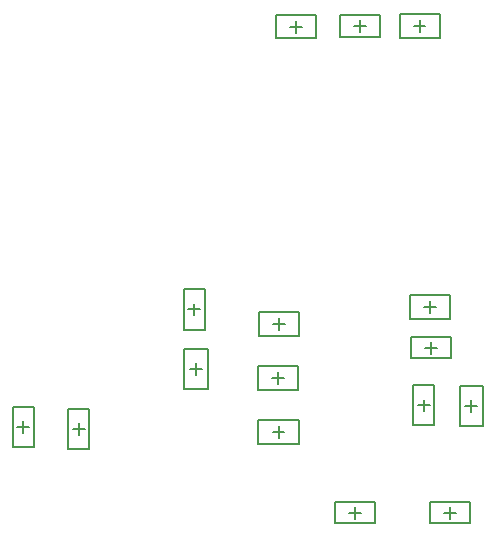
<source format=gbr>
G04*
G04 #@! TF.GenerationSoftware,Altium Limited,Altium Designer,25.4.2 (15)*
G04*
G04 Layer_Color=32896*
%FSLAX44Y44*%
%MOMM*%
G71*
G04*
G04 #@! TF.SameCoordinates,7F9F24B7-B9C1-45AF-9387-6EDD806BED2B*
G04*
G04*
G04 #@! TF.FilePolarity,Positive*
G04*
G01*
G75*
%ADD13C,0.1500*%
%ADD17C,0.2000*%
D13*
X325920Y601010D02*
Y621010D01*
X359920D01*
Y601010D02*
Y621010D01*
X325920Y601010D02*
X359920D01*
X413900Y602450D02*
Y620450D01*
X379900Y602450D02*
X413900D01*
X379900D02*
Y620450D01*
X413900D01*
X430250Y601670D02*
Y621670D01*
X464250D01*
Y601670D02*
Y621670D01*
X430250Y601670D02*
X464250D01*
X473090Y363380D02*
Y383380D01*
X439090Y363380D02*
X473090D01*
X439090D02*
Y383380D01*
X473090D01*
X310820Y257970D02*
Y277970D01*
X344820D01*
Y257970D02*
Y277970D01*
X310820Y257970D02*
X344820D01*
X311210Y349411D02*
Y369411D01*
X345210D01*
Y349411D02*
Y369411D01*
X311210Y349411D02*
X345210D01*
X310100Y303440D02*
Y323440D01*
X344100D01*
Y303440D02*
Y323440D01*
X310100Y303440D02*
X344100D01*
X481330Y306880D02*
X501330D01*
Y272880D02*
Y306880D01*
X481330Y272880D02*
X501330D01*
X481330D02*
Y306880D01*
X247810Y304150D02*
X267810D01*
X247810D02*
Y338150D01*
X267810D01*
Y304150D02*
Y338150D01*
X102760Y254780D02*
X120760D01*
X102760D02*
Y288780D01*
X120760D01*
Y254780D02*
Y288780D01*
X473590Y330090D02*
Y348090D01*
X439590Y330090D02*
X473590D01*
X439590D02*
Y348090D01*
X473590D01*
X441850Y307220D02*
X459850D01*
Y273220D02*
Y307220D01*
X441850Y273220D02*
X459850D01*
X441850D02*
Y307220D01*
X247540Y354450D02*
X265540D01*
X247540D02*
Y388450D01*
X265540D01*
Y354450D02*
Y388450D01*
X149750Y253510D02*
X167750D01*
X149750D02*
Y287510D01*
X167750D01*
Y253510D02*
Y287510D01*
X375430Y190390D02*
Y208390D01*
X409430D01*
Y190390D02*
Y208390D01*
X375430Y190390D02*
X409430D01*
X456100D02*
Y208390D01*
X490100D01*
Y190390D02*
Y208390D01*
X456100Y190390D02*
X490100D01*
D17*
X342920Y605759D02*
Y615759D01*
X337920Y610759D02*
X347920D01*
X391900Y611450D02*
X401900D01*
X396900Y606450D02*
Y616450D01*
X447250Y606419D02*
Y616419D01*
X442250Y611419D02*
X452250D01*
X456090Y368631D02*
Y378631D01*
X451090Y373631D02*
X461090D01*
X327820Y262719D02*
Y272719D01*
X322820Y267719D02*
X332820D01*
X328210Y354160D02*
Y364160D01*
X323210Y359160D02*
X333210D01*
X327100Y308189D02*
Y318189D01*
X322100Y313189D02*
X332100D01*
X486079Y289880D02*
X496079D01*
X491079Y284880D02*
Y294880D01*
X253061Y321150D02*
X263061D01*
X258061Y316150D02*
Y326150D01*
X111760Y266780D02*
Y276780D01*
X106760Y271780D02*
X116760D01*
X451590Y339090D02*
X461590D01*
X456590Y334090D02*
Y344090D01*
X450850Y285220D02*
Y295220D01*
X445850Y290220D02*
X455850D01*
X256540Y366450D02*
Y376450D01*
X251540Y371450D02*
X261540D01*
X158750Y265510D02*
Y275510D01*
X153750Y270510D02*
X163750D01*
X387430Y199390D02*
X397430D01*
X392430Y194390D02*
Y204390D01*
X468100Y199390D02*
X478100D01*
X473100Y194390D02*
Y204390D01*
M02*

</source>
